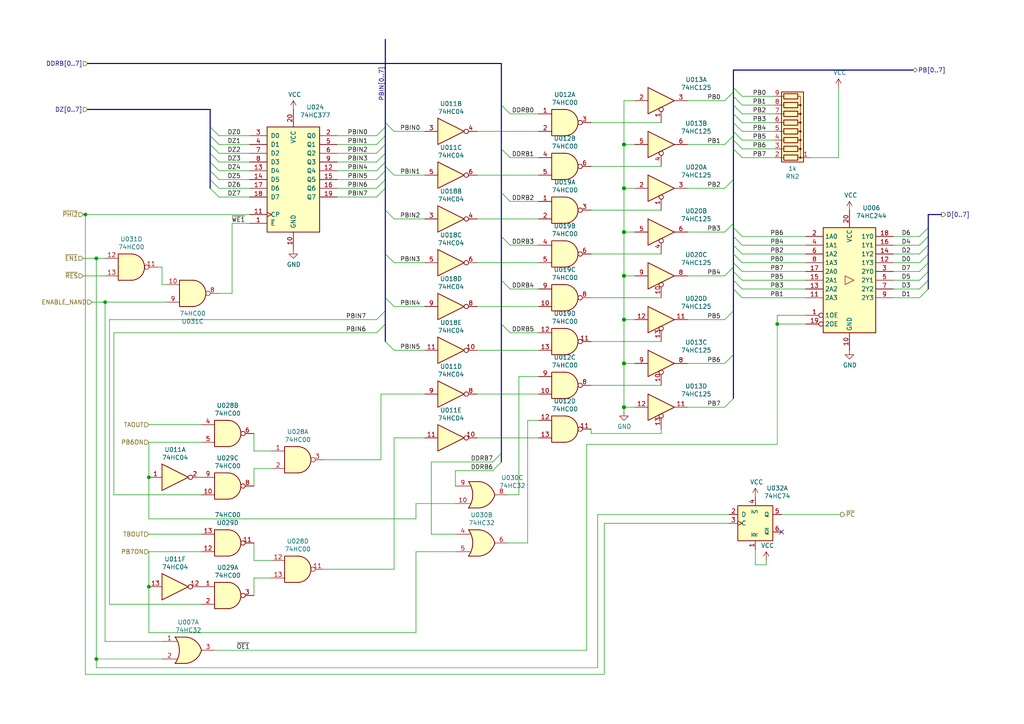
<source format=kicad_sch>
(kicad_sch (version 20211123) (generator eeschema)
  (paper "A4")
  (title_block (title "74HCT6526 Board 0") (date "2023-06-22") (rev "0.2.2") (company "Daniel Molina") (comment 1 "https://github.com/dmolinagarcia/74HCT6526"))
  (junction (at 180.975 67.31) (diameter 1.016))
  (junction (at 180.975 105.41) (diameter 1.016))
  (junction (at 27.94 74.93) (diameter 0.9144))
  (junction (at 180.975 41.91) (diameter 1.016))
  (junction (at 180.975 92.71) (diameter 1.016))
  (junction (at 180.975 118.11) (diameter 1.016))
  (junction (at 43.18 138.43) (diameter 0.9144))
  (junction (at 24.765 62.23) (diameter 0.9144))
  (junction (at 225.425 93.98) (diameter 0.9144))
  (junction (at 27.94 191.135) (diameter 0.9144))
  (junction (at 180.975 54.61) (diameter 1.016))
  (junction (at 43.18 170.18) (diameter 0.9144))
  (junction (at 180.975 80.01) (diameter 1.016))
  (junction (at 30.48 87.63) (diameter 0.9144))
  (no_connect (at 226.695 154.305))
  (bus_entry (at 60.96 41.91) (size 2.54 2.54) (stroke (width 0.1524)))
  (bus_entry (at 145.415 55.88) (size 2.54 2.54) (stroke (width 0.1524)))
  (bus_entry (at 60.96 36.83) (size 2.54 2.54) (stroke (width 0.1524)))
  (bus_entry (at 212.725 26.67) (size -2.54 2.54) (stroke (width 0.1524)))
  (bus_entry (at 111.76 54.61) (size -2.54 2.54) (stroke (width 0.1524)))
  (bus_entry (at 111.76 44.45) (size -2.54 2.54) (stroke (width 0.1524)))
  (bus_entry (at 111.76 48.26) (size 2.54 2.54) (stroke (width 0.1524)))
  (bus_entry (at 60.96 44.45) (size 2.54 2.54) (stroke (width 0.1524)))
  (bus_entry (at 212.725 115.57) (size -2.54 2.54) (stroke (width 0.1524)))
  (bus_entry (at 212.725 73.66) (size 2.54 2.54) (stroke (width 0.1524)))
  (bus_entry (at 60.96 54.61) (size 2.54 2.54) (stroke (width 0.1524)))
  (bus_entry (at 145.415 131.445) (size -2.54 2.54) (stroke (width 0.1524)))
  (bus_entry (at 212.725 33.02) (size 2.54 2.54) (stroke (width 0.1524)))
  (bus_entry (at 111.76 41.91) (size -2.54 2.54) (stroke (width 0.1524)))
  (bus_entry (at 269.24 78.74) (size -2.54 2.54) (stroke (width 0.1524)))
  (bus_entry (at 212.725 77.47) (size -2.54 2.54) (stroke (width 0.1524)))
  (bus_entry (at 111.76 39.37) (size -2.54 2.54) (stroke (width 0.1524)))
  (bus_entry (at 145.415 93.98) (size 2.54 2.54) (stroke (width 0.1524)))
  (bus_entry (at 269.24 83.82) (size -2.54 2.54) (stroke (width 0.1524)))
  (bus_entry (at 60.96 52.07) (size 2.54 2.54) (stroke (width 0.1524)))
  (bus_entry (at 212.725 30.48) (size 2.54 2.54) (stroke (width 0.1524)))
  (bus_entry (at 145.415 81.28) (size 2.54 2.54) (stroke (width 0.1524)))
  (bus_entry (at 111.76 86.36) (size 2.54 2.54) (stroke (width 0.1524)))
  (bus_entry (at 269.24 71.12) (size -2.54 2.54) (stroke (width 0.1524)))
  (bus_entry (at 212.725 38.1) (size 2.54 2.54) (stroke (width 0.1524)))
  (bus_entry (at 60.96 49.53) (size 2.54 2.54) (stroke (width 0.1524)))
  (bus_entry (at 212.725 83.82) (size 2.54 2.54) (stroke (width 0.1524)))
  (bus_entry (at 212.725 76.2) (size 2.54 2.54) (stroke (width 0.1524)))
  (bus_entry (at 269.24 81.28) (size -2.54 2.54) (stroke (width 0.1524)))
  (bus_entry (at 111.76 99.06) (size 2.54 2.54) (stroke (width 0.1524)))
  (bus_entry (at 212.725 27.94) (size 2.54 2.54) (stroke (width 0.1524)))
  (bus_entry (at 145.415 68.58) (size 2.54 2.54) (stroke (width 0.1524)))
  (bus_entry (at 212.725 25.4) (size 2.54 2.54) (stroke (width 0.1524)))
  (bus_entry (at 111.76 73.66) (size 2.54 2.54) (stroke (width 0.1524)))
  (bus_entry (at 111.76 46.99) (size -2.54 2.54) (stroke (width 0.1524)))
  (bus_entry (at 60.96 46.99) (size 2.54 2.54) (stroke (width 0.1524)))
  (bus_entry (at 111.76 90.17) (size -2.54 2.54) (stroke (width 0.1524)))
  (bus_entry (at 212.725 102.87) (size -2.54 2.54) (stroke (width 0.1524)))
  (bus_entry (at 111.76 35.56) (size 2.54 2.54) (stroke (width 0.1524)))
  (bus_entry (at 212.725 52.07) (size -2.54 2.54) (stroke (width 0.1524)))
  (bus_entry (at 212.725 90.17) (size -2.54 2.54) (stroke (width 0.1524)))
  (bus_entry (at 60.96 39.37) (size 2.54 2.54) (stroke (width 0.1524)))
  (bus_entry (at 111.76 93.98) (size -2.54 2.54) (stroke (width 0.1524)))
  (bus_entry (at 269.24 68.58) (size -2.54 2.54) (stroke (width 0.1524)))
  (bus_entry (at 145.415 43.18) (size 2.54 2.54) (stroke (width 0.1524)))
  (bus_entry (at 212.725 71.12) (size 2.54 2.54) (stroke (width 0.1524)))
  (bus_entry (at 111.76 36.83) (size -2.54 2.54) (stroke (width 0.1524)))
  (bus_entry (at 212.725 35.56) (size 2.54 2.54) (stroke (width 0.1524)))
  (bus_entry (at 111.76 49.53) (size -2.54 2.54) (stroke (width 0.1524)))
  (bus_entry (at 212.725 40.64) (size 2.54 2.54) (stroke (width 0.1524)))
  (bus_entry (at 111.76 60.96) (size 2.54 2.54) (stroke (width 0.1524)))
  (bus_entry (at 212.725 66.04) (size 2.54 2.54) (stroke (width 0.1524)))
  (bus_entry (at 269.24 76.2) (size -2.54 2.54) (stroke (width 0.1524)))
  (bus_entry (at 269.24 66.04) (size -2.54 2.54) (stroke (width 0.1524)))
  (bus_entry (at 212.725 81.28) (size 2.54 2.54) (stroke (width 0.1524)))
  (bus_entry (at 145.415 30.48) (size 2.54 2.54) (stroke (width 0.1524)))
  (bus_entry (at 111.76 52.07) (size -2.54 2.54) (stroke (width 0.1524)))
  (bus_entry (at 212.725 68.58) (size 2.54 2.54) (stroke (width 0.1524)))
  (bus_entry (at 212.725 43.18) (size 2.54 2.54) (stroke (width 0.1524)))
  (bus_entry (at 145.415 133.985) (size -2.54 2.54) (stroke (width 0.1524)))
  (bus_entry (at 212.725 78.74) (size 2.54 2.54) (stroke (width 0.1524)))
  (bus_entry (at 212.725 64.77) (size -2.54 2.54) (stroke (width 0.1524)))
  (bus_entry (at 212.725 39.37) (size -2.54 2.54) (stroke (width 0.1524)))
  (bus_entry (at 269.24 73.66) (size -2.54 2.54) (stroke (width 0.1524)))
  (wire (pts (xy 97.79 49.53) (xy 109.22 49.53)))
  (wire (pts (xy 215.265 30.48) (xy 224.79 30.48)))
  (bus (pts (xy 60.96 44.45) (xy 60.96 46.99)))
  (bus (pts (xy 269.24 81.28) (xy 269.24 78.74)))
  (wire (pts (xy 27.94 193.675) (xy 173.355 193.675)) (stroke (width 0.127)))
  (bus (pts (xy 212.725 102.87) (xy 212.725 90.17)))
  (wire (pts (xy 24.13 74.93) (xy 27.94 74.93)))
  (wire (pts (xy 125.095 154.94) (xy 132.08 154.94)))
  (wire (pts (xy 180.975 105.41) (xy 184.15 105.41)))
  (bus (pts (xy 145.415 131.445) (xy 145.415 133.985)))
  (bus (pts (xy 145.415 43.18) (xy 145.415 55.88)))
  (wire (pts (xy 215.265 71.12) (xy 233.68 71.12)))
  (wire (pts (xy 63.5 52.07) (xy 72.39 52.07)))
  (wire (pts (xy 147.955 96.52) (xy 156.21 96.52)))
  (wire (pts (xy 180.975 54.61) (xy 180.975 67.31)))
  (bus (pts (xy 111.76 35.56) (xy 111.76 36.83)))
  (bus (pts (xy 212.725 33.02) (xy 212.725 30.48)))
  (wire (pts (xy 114.3 127) (xy 123.19 127)))
  (wire (pts (xy 234.95 45.72) (xy 243.205 45.72)))
  (wire (pts (xy 138.43 88.9) (xy 156.21 88.9)))
  (wire (pts (xy 43.18 128.27) (xy 43.18 138.43)))
  (bus (pts (xy 25.4 18.415) (xy 145.415 18.415)))
  (wire (pts (xy 199.39 54.61) (xy 210.185 54.61)))
  (wire (pts (xy 215.265 27.94) (xy 224.79 27.94)))
  (wire (pts (xy 215.265 78.74) (xy 233.68 78.74)))
  (wire (pts (xy 147.955 71.12) (xy 156.21 71.12)))
  (bus (pts (xy 212.725 39.37) (xy 212.725 38.1)))
  (bus (pts (xy 60.96 49.53) (xy 60.96 52.07)))
  (wire (pts (xy 233.68 91.44) (xy 225.425 91.44)))
  (wire (pts (xy 125.095 133.985) (xy 125.095 154.94)))
  (wire (pts (xy 147.32 143.51) (xy 150.495 143.51)))
  (wire (pts (xy 46.99 77.47) (xy 46.99 82.55)))
  (bus (pts (xy 212.725 77.47) (xy 212.725 78.74)))
  (wire (pts (xy 138.43 38.1) (xy 156.21 38.1)))
  (wire (pts (xy 147.955 33.02) (xy 156.21 33.02)))
  (wire (pts (xy 225.425 93.98) (xy 233.68 93.98)))
  (wire (pts (xy 62.23 188.595) (xy 170.18 188.595)) (stroke (width 0.127)))
  (wire (pts (xy 63.5 49.53) (xy 72.39 49.53)))
  (wire (pts (xy 191.77 60.96) (xy 171.45 60.96)))
  (wire (pts (xy 63.5 39.37) (xy 72.39 39.37)))
  (wire (pts (xy 24.765 62.23) (xy 24.765 195.58)))
  (wire (pts (xy 184.15 29.21) (xy 180.975 29.21)))
  (bus (pts (xy 269.24 68.58) (xy 269.24 66.04)))
  (wire (pts (xy 180.975 41.91) (xy 184.15 41.91)))
  (wire (pts (xy 120.65 150.495) (xy 120.65 146.05)))
  (bus (pts (xy 145.415 68.58) (xy 145.415 81.28)))
  (bus (pts (xy 60.96 46.99) (xy 60.96 49.53)))
  (wire (pts (xy 114.3 76.2) (xy 123.19 76.2)))
  (wire (pts (xy 63.5 57.15) (xy 72.39 57.15)))
  (wire (pts (xy 63.5 44.45) (xy 72.39 44.45)))
  (wire (pts (xy 215.265 68.58) (xy 233.68 68.58)))
  (wire (pts (xy 199.39 118.11) (xy 210.185 118.11)))
  (wire (pts (xy 225.425 93.98) (xy 225.425 128.905)) (stroke (width 0.127)))
  (wire (pts (xy 73.66 125.73) (xy 73.66 130.81)))
  (wire (pts (xy 180.975 67.31) (xy 180.975 80.01)))
  (wire (pts (xy 43.18 160.02) (xy 43.18 170.18)))
  (wire (pts (xy 180.975 41.91) (xy 180.975 54.61)))
  (wire (pts (xy 153.035 121.92) (xy 156.21 121.92)))
  (wire (pts (xy 138.43 76.2) (xy 156.21 76.2)))
  (wire (pts (xy 43.18 138.43) (xy 43.18 150.495)))
  (wire (pts (xy 199.39 67.31) (xy 210.185 67.31)))
  (wire (pts (xy 43.18 170.18) (xy 43.18 183.515)))
  (bus (pts (xy 269.24 78.74) (xy 269.24 76.2)))
  (wire (pts (xy 259.08 71.12) (xy 266.7 71.12)))
  (wire (pts (xy 63.5 54.61) (xy 72.39 54.61)))
  (wire (pts (xy 97.79 39.37) (xy 109.22 39.37)))
  (bus (pts (xy 212.725 71.12) (xy 212.725 73.66)))
  (wire (pts (xy 24.13 62.23) (xy 24.765 62.23)))
  (bus (pts (xy 212.725 83.82) (xy 212.725 90.17)))
  (wire (pts (xy 30.48 87.63) (xy 30.48 186.055)))
  (wire (pts (xy 180.975 67.31) (xy 184.15 67.31)))
  (wire (pts (xy 31.75 175.26) (xy 58.42 175.26)))
  (bus (pts (xy 145.415 55.88) (xy 145.415 68.58)))
  (wire (pts (xy 170.18 188.595) (xy 170.18 128.905)))
  (wire (pts (xy 191.77 48.26) (xy 171.45 48.26)))
  (bus (pts (xy 111.76 52.07) (xy 111.76 54.61)))
  (wire (pts (xy 63.5 41.91) (xy 72.39 41.91)))
  (bus (pts (xy 269.24 71.12) (xy 269.24 68.58)))
  (bus (pts (xy 111.76 60.96) (xy 111.76 73.66)))
  (bus (pts (xy 212.725 73.66) (xy 212.725 76.2)))
  (bus (pts (xy 60.96 36.83) (xy 60.96 39.37)))
  (wire (pts (xy 147.955 45.72) (xy 156.21 45.72)))
  (wire (pts (xy 180.975 80.01) (xy 180.975 92.71)))
  (wire (pts (xy 138.43 127) (xy 156.21 127)))
  (wire (pts (xy 30.48 87.63) (xy 48.26 87.63)))
  (wire (pts (xy 97.79 46.99) (xy 109.22 46.99)))
  (wire (pts (xy 97.79 57.15) (xy 109.22 57.15)))
  (wire (pts (xy 259.08 68.58) (xy 266.7 68.58)))
  (wire (pts (xy 73.66 162.56) (xy 78.74 162.56)))
  (wire (pts (xy 175.26 195.58) (xy 175.26 151.765)))
  (bus (pts (xy 212.725 25.4) (xy 212.725 20.32)))
  (wire (pts (xy 180.975 92.71) (xy 184.15 92.71)))
  (bus (pts (xy 111.76 41.91) (xy 111.76 44.45)))
  (wire (pts (xy 58.42 160.02) (xy 43.18 160.02)))
  (wire (pts (xy 191.77 73.66) (xy 171.45 73.66)))
  (wire (pts (xy 24.765 62.23) (xy 72.39 62.23)))
  (bus (pts (xy 212.725 20.32) (xy 264.795 20.32)))
  (bus (pts (xy 212.725 76.2) (xy 212.725 77.47)))
  (bus (pts (xy 145.415 93.98) (xy 145.415 131.445)))
  (wire (pts (xy 259.08 81.28) (xy 266.7 81.28)))
  (wire (pts (xy 27.94 191.135) (xy 27.94 193.675)))
  (bus (pts (xy 212.725 43.18) (xy 212.725 40.64)))
  (wire (pts (xy 132.08 136.525) (xy 142.875 136.525)))
  (bus (pts (xy 212.725 26.67) (xy 212.725 25.4)))
  (wire (pts (xy 43.18 150.495) (xy 120.65 150.495)))
  (wire (pts (xy 191.77 125.73) (xy 191.77 124.46)))
  (bus (pts (xy 269.24 62.23) (xy 273.05 62.23)))
  (wire (pts (xy 110.49 114.3) (xy 123.19 114.3)))
  (wire (pts (xy 170.18 128.905) (xy 225.425 128.905)))
  (wire (pts (xy 215.265 35.56) (xy 224.79 35.56)))
  (wire (pts (xy 67.31 85.09) (xy 67.31 64.77)))
  (wire (pts (xy 114.3 101.6) (xy 123.19 101.6)))
  (wire (pts (xy 259.08 83.82) (xy 266.7 83.82)))
  (bus (pts (xy 212.725 66.04) (xy 212.725 68.58)))
  (wire (pts (xy 26.67 87.63) (xy 30.48 87.63)))
  (wire (pts (xy 219.075 159.385) (xy 219.075 163.83)))
  (wire (pts (xy 31.75 92.71) (xy 109.22 92.71)))
  (bus (pts (xy 60.96 39.37) (xy 60.96 41.91)))
  (wire (pts (xy 24.765 195.58) (xy 175.26 195.58)))
  (wire (pts (xy 24.13 80.01) (xy 30.48 80.01)))
  (bus (pts (xy 269.24 83.82) (xy 269.24 81.28)))
  (wire (pts (xy 138.43 114.3) (xy 156.21 114.3)))
  (bus (pts (xy 111.76 44.45) (xy 111.76 46.99)))
  (wire (pts (xy 199.39 41.91) (xy 210.185 41.91)))
  (wire (pts (xy 199.39 105.41) (xy 210.185 105.41)))
  (bus (pts (xy 111.76 39.37) (xy 111.76 41.91)))
  (wire (pts (xy 199.39 92.71) (xy 210.185 92.71)))
  (wire (pts (xy 215.265 86.36) (xy 233.68 86.36)))
  (wire (pts (xy 180.975 105.41) (xy 180.975 118.11)))
  (wire (pts (xy 153.035 157.48) (xy 153.035 121.92)))
  (bus (pts (xy 111.76 11.43) (xy 111.76 35.56)))
  (wire (pts (xy 63.5 85.09) (xy 67.31 85.09)))
  (wire (pts (xy 215.265 81.28) (xy 233.68 81.28)))
  (wire (pts (xy 215.265 73.66) (xy 233.68 73.66)))
  (wire (pts (xy 259.08 73.66) (xy 266.7 73.66)))
  (wire (pts (xy 97.79 54.61) (xy 109.22 54.61)))
  (wire (pts (xy 73.66 172.72) (xy 73.66 167.64)))
  (wire (pts (xy 173.355 149.225) (xy 211.455 149.225)))
  (wire (pts (xy 180.975 118.11) (xy 180.975 119.38)))
  (wire (pts (xy 43.18 154.94) (xy 58.42 154.94)))
  (wire (pts (xy 114.3 38.1) (xy 123.19 38.1)))
  (wire (pts (xy 73.66 157.48) (xy 73.66 162.56)))
  (wire (pts (xy 45.72 77.47) (xy 46.99 77.47)))
  (wire (pts (xy 27.94 74.93) (xy 27.94 191.135)))
  (wire (pts (xy 31.75 92.71) (xy 31.75 175.26)))
  (wire (pts (xy 97.79 44.45) (xy 109.22 44.45)))
  (wire (pts (xy 114.3 63.5) (xy 123.19 63.5)))
  (wire (pts (xy 199.39 80.01) (xy 210.185 80.01)))
  (wire (pts (xy 259.08 78.74) (xy 266.7 78.74)))
  (wire (pts (xy 73.66 140.97) (xy 73.66 135.89)))
  (bus (pts (xy 212.725 52.07) (xy 212.725 64.77)))
  (wire (pts (xy 43.18 183.515) (xy 120.65 183.515)))
  (wire (pts (xy 73.66 135.89) (xy 78.74 135.89)))
  (bus (pts (xy 111.76 46.99) (xy 111.76 48.26)))
  (wire (pts (xy 215.265 33.02) (xy 224.79 33.02)))
  (bus (pts (xy 60.96 41.91) (xy 60.96 44.45)))
  (wire (pts (xy 120.65 160.02) (xy 132.08 160.02)))
  (wire (pts (xy 215.265 76.2) (xy 233.68 76.2)))
  (wire (pts (xy 180.975 92.71) (xy 180.975 105.41)))
  (wire (pts (xy 73.66 130.81) (xy 78.74 130.81)))
  (wire (pts (xy 222.25 163.83) (xy 222.25 162.56)))
  (wire (pts (xy 180.975 54.61) (xy 184.15 54.61)))
  (wire (pts (xy 58.42 128.27) (xy 43.18 128.27)))
  (bus (pts (xy 111.76 49.53) (xy 111.76 52.07)))
  (wire (pts (xy 120.65 146.05) (xy 132.08 146.05)))
  (bus (pts (xy 111.76 90.17) (xy 111.76 93.98)))
  (wire (pts (xy 110.49 133.35) (xy 110.49 114.3)))
  (bus (pts (xy 111.76 36.83) (xy 111.76 39.37)))
  (bus (pts (xy 212.725 78.74) (xy 212.725 81.28)))
  (bus (pts (xy 212.725 30.48) (xy 212.725 27.94)))
  (wire (pts (xy 191.77 86.36) (xy 171.45 86.36)))
  (wire (pts (xy 132.08 136.525) (xy 132.08 140.97)))
  (wire (pts (xy 97.79 52.07) (xy 109.22 52.07)))
  (wire (pts (xy 27.94 74.93) (xy 30.48 74.93)))
  (bus (pts (xy 212.725 40.64) (xy 212.725 39.37)))
  (wire (pts (xy 259.08 76.2) (xy 266.7 76.2)))
  (bus (pts (xy 269.24 76.2) (xy 269.24 73.66)))
  (wire (pts (xy 33.02 96.52) (xy 33.02 143.51)))
  (wire (pts (xy 215.265 83.82) (xy 233.68 83.82)))
  (wire (pts (xy 175.26 151.765) (xy 211.455 151.765)))
  (wire (pts (xy 93.98 133.35) (xy 110.49 133.35)))
  (wire (pts (xy 215.265 45.72) (xy 224.79 45.72)))
  (wire (pts (xy 114.3 88.9) (xy 123.19 88.9)))
  (bus (pts (xy 212.725 43.18) (xy 212.725 52.07)))
  (bus (pts (xy 269.24 66.04) (xy 269.24 62.23)))
  (wire (pts (xy 171.45 125.73) (xy 171.45 124.46)))
  (bus (pts (xy 111.76 86.36) (xy 111.76 90.17)))
  (bus (pts (xy 212.725 27.94) (xy 212.725 26.67)))
  (wire (pts (xy 180.975 118.11) (xy 184.15 118.11)))
  (wire (pts (xy 147.955 58.42) (xy 156.21 58.42)))
  (wire (pts (xy 27.94 191.135) (xy 46.99 191.135)) (stroke (width 0.127)))
  (wire (pts (xy 33.02 143.51) (xy 58.42 143.51)))
  (wire (pts (xy 46.99 82.55) (xy 48.26 82.55)))
  (bus (pts (xy 145.415 30.48) (xy 145.415 43.18)))
  (bus (pts (xy 269.24 73.66) (xy 269.24 71.12)))
  (wire (pts (xy 147.955 83.82) (xy 156.21 83.82)))
  (bus (pts (xy 25.4 31.75) (xy 60.96 31.75)))
  (wire (pts (xy 215.265 40.64) (xy 224.79 40.64)))
  (wire (pts (xy 97.79 41.91) (xy 109.22 41.91)))
  (wire (pts (xy 73.66 167.64) (xy 78.74 167.64)))
  (bus (pts (xy 212.725 68.58) (xy 212.725 71.12)))
  (bus (pts (xy 60.96 31.75) (xy 60.96 36.83)))
  (wire (pts (xy 225.425 91.44) (xy 225.425 93.98)))
  (wire (pts (xy 93.98 165.1) (xy 114.3 165.1)))
  (wire (pts (xy 120.65 183.515) (xy 120.65 160.02)))
  (wire (pts (xy 243.205 25.4) (xy 243.205 45.72)))
  (wire (pts (xy 150.495 143.51) (xy 150.495 109.22)))
  (bus (pts (xy 212.725 64.77) (xy 212.725 66.04)))
  (wire (pts (xy 63.5 46.99) (xy 72.39 46.99)))
  (wire (pts (xy 215.265 38.1) (xy 224.79 38.1)))
  (bus (pts (xy 212.725 81.28) (xy 212.725 83.82)))
  (wire (pts (xy 67.31 64.77) (xy 72.39 64.77)))
  (wire (pts (xy 226.695 149.225) (xy 243.84 149.225)))
  (wire (pts (xy 150.495 109.22) (xy 156.21 109.22)))
  (wire (pts (xy 191.77 35.56) (xy 171.45 35.56)))
  (wire (pts (xy 147.32 157.48) (xy 153.035 157.48)))
  (wire (pts (xy 219.075 163.83) (xy 222.25 163.83)))
  (bus (pts (xy 111.76 73.66) (xy 111.76 86.36)))
  (wire (pts (xy 171.45 125.73) (xy 191.77 125.73)))
  (wire (pts (xy 138.43 50.8) (xy 156.21 50.8)))
  (wire (pts (xy 138.43 63.5) (xy 156.21 63.5)))
  (wire (pts (xy 43.18 123.19) (xy 58.42 123.19)))
  (bus (pts (xy 212.725 35.56) (xy 212.725 33.02)))
  (bus (pts (xy 111.76 93.98) (xy 111.76 99.06)))
  (bus (pts (xy 212.725 38.1) (xy 212.725 35.56)))
  (wire (pts (xy 125.095 133.985) (xy 142.875 133.985)))
  (wire (pts (xy 173.355 193.675) (xy 173.355 149.225)))
  (bus (pts (xy 212.725 115.57) (xy 212.725 102.87)))
  (wire (pts (xy 180.975 80.01) (xy 184.15 80.01)))
  (wire (pts (xy 30.48 186.055) (xy 46.99 186.055)))
  (bus (pts (xy 111.76 48.26) (xy 111.76 49.53)))
  (bus (pts (xy 145.415 18.415) (xy 145.415 30.48)))
  (wire (pts (xy 171.45 111.76) (xy 191.77 111.76)))
  (wire (pts (xy 114.3 50.8) (xy 123.19 50.8)))
  (wire (pts (xy 191.77 99.06) (xy 171.45 99.06)))
  (wire (pts (xy 138.43 101.6) (xy 156.21 101.6)))
  (wire (pts (xy 180.975 29.21) (xy 180.975 41.91)))
  (bus (pts (xy 111.76 54.61) (xy 111.76 60.96)))
  (bus (pts (xy 60.96 52.07) (xy 60.96 54.61)))
  (wire (pts (xy 259.08 86.36) (xy 266.7 86.36)))
  (wire (pts (xy 199.39 29.21) (xy 210.185 29.21)))
  (wire (pts (xy 33.02 96.52) (xy 109.22 96.52)))
  (wire (pts (xy 114.3 165.1) (xy 114.3 127)))
  (wire (pts (xy 215.265 43.18) (xy 224.79 43.18)))
  (bus (pts (xy 145.415 81.28) (xy 145.415 93.98)))
  (label "DZ7" (at 69.85 57.15 180))
  (label "PB1" (at 227.33 86.36 180))
  (label "DZ2" (at 69.85 44.45 180))
  (label "DDRB0" (at 154.94 33.02 180))
  (label "PB0" (at 205.105 29.21 0))
  (label "DDRB1" (at 154.94 45.72 180))
  (label "PBIN7" (at 100.33 92.71 0))
  (label "PB1" (at 205.105 41.91 0))
  (label "PBIN6" (at 100.33 96.52 0))
  (label "PB0" (at 227.33 76.2 180))
  (label "PB4" (at 222.25 38.1 180))
  (label "PBIN4" (at 121.92 88.9 180))
  (label "PB4" (at 205.105 80.01 0))
  (label "PB7" (at 227.33 78.74 180))
  (label "DDRB7" (at 136.525 133.985 0))
  (label "PBIN1" (at 121.92 50.8 180))
  (label "PBIN7" (at 106.68 57.15 180))
  (label "D0" (at 264.16 76.2 180))
  (label "DDRB4" (at 154.94 83.82 180))
  (label "PB6" (at 205.105 105.41 0))
  (label "PB2" (at 222.25 33.02 180))
  (label "PBIN3" (at 106.68 46.99 180))
  (label "PBIN0" (at 106.68 39.37 180))
  (label "PB6" (at 222.25 43.18 180))
  (label "PBIN6" (at 106.68 54.61 180))
  (label "PB4" (at 227.33 71.12 180))
  (label "D6" (at 264.16 68.58 180))
  (label "PBIN2" (at 106.68 44.45 180))
  (label "PBIN5" (at 121.92 101.6 180))
  (label "DDRB6" (at 136.525 136.525 0))
  (label "DZ5" (at 69.85 52.07 180))
  (label "D5" (at 264.16 81.28 180))
  (label "DZ3" (at 69.85 46.99 180))
  (label "PB7" (at 222.25 45.72 180))
  (label "D4" (at 264.16 71.12 180))
  (label "PB6" (at 227.33 68.58 180))
  (label "PB3" (at 222.25 35.56 180))
  (label "PB5" (at 227.33 81.28 180))
  (label "PBIN3" (at 121.92 76.2 180))
  (label "~{OE1}" (at 68.58 188.595 0))
  (label "PB3" (at 227.33 83.82 180))
  (label "DZ6" (at 69.85 54.61 180))
  (label "PBIN[0..7]" (at 111.76 29.21 90))
  (label "PB1" (at 222.25 30.48 180))
  (label "DZ0" (at 69.85 39.37 180))
  (label "PB0" (at 222.25 27.94 180))
  (label "DZ4" (at 69.85 49.53 180))
  (label "D3" (at 264.16 83.82 180))
  (label "DZ1" (at 69.85 41.91 180))
  (label "PB3" (at 205.105 67.31 0))
  (label "PBIN4" (at 106.68 49.53 180))
  (label "PBIN1" (at 106.68 41.91 180))
  (label "PB2" (at 205.105 54.61 0))
  (label "PBIN2" (at 121.92 63.5 180))
  (label "DDRB5" (at 154.94 96.52 180))
  (label "D2" (at 264.16 73.66 180))
  (label "PBIN5" (at 106.68 52.07 180))
  (label "PB7" (at 205.105 118.11 0))
  (label "PBIN0" (at 121.92 38.1 180))
  (label "DDRB2" (at 154.94 58.42 180))
  (label "PB5" (at 222.25 40.64 180))
  (label "PB5" (at 205.105 92.71 0))
  (label "~{WE1}" (at 71.12 64.77 180))
  (label "PB2" (at 227.33 73.66 180))
  (label "D1" (at 264.16 86.36 180))
  (label "DDRB3" (at 154.94 71.12 180))
  (label "D7" (at 264.16 78.74 180))
  (hierarchical_label "TAOUT" (shape input) (at 43.18 123.19 180))
  (hierarchical_label "ENABLE_NAND" (shape input) (at 26.67 87.63 180))
  (hierarchical_label "~{EN1}" (shape input) (at 24.13 74.93 180))
  (hierarchical_label "~{PHI2}" (shape input) (at 24.13 62.23 180))
  (hierarchical_label "DZ[0..7]" (shape input) (at 25.4 31.75 180))
  (hierarchical_label "PB[0..7]" (shape bidirectional) (at 264.795 20.32 0))
  (hierarchical_label "PB6ON" (shape input) (at 43.18 128.27 180))
  (hierarchical_label "~{RES}" (shape input) (at 24.13 80.01 180))
  (hierarchical_label "TBOUT" (shape input) (at 43.18 154.94 180))
  (hierarchical_label "D[0..7]" (shape output) (at 273.05 62.23 0))
  (hierarchical_label "DDRB[0..7]" (shape input) (at 25.4 18.415 180))
  (hierarchical_label "~{PC}" (shape output) (at 243.84 149.225 0))
  (hierarchical_label "PB7ON" (shape input) (at 43.18 160.02 180))
  (symbol (lib_id "74xx:74LS125") (at 191.77 67.31 0) (unit 2)
    (property "Reference" "U020" (at 201.93 61.1948 0))
    (property "Value" "74HC125" (at 201.93 63.4935 0))
    (property "Footprint" "74hct6526.footprints:SO-14" (effects hide))
    (property "Datasheet" "http://www.ti.com/lit/gpn/sn74LS125" (effects hide))
  )
  (symbol (lib_id "74xx:74HCT00") (at 86.36 165.1 0) (unit 4)
    (property "Reference" "U028" (at 86.36 156.9782 0))
    (property "Value" "74HC00" (at 86.36 159.2769 0))
    (property "Footprint" "74hct6526.footprints:SO-14" (effects hide))
    (property "Datasheet" "http://www.ti.com/lit/gpn/sn74hct00" (effects hide))
  )
  (symbol (lib_id "74xx:74HCT04") (at 130.81 63.5 0) (unit 2)
    (property "Reference" "U018" (at 130.81 55.4798 0))
    (property "Value" "74HC04" (at 130.81 57.7785 0))
    (property "Footprint" "74hct6526.footprints:SO-14" (effects hide))
    (property "Datasheet" "https://assets.nexperia.com/documents/data-sheet/74HC_HCT04.pdf" (effects hide))
  )
  (symbol (lib_name "74xx:74LS32_1") (lib_id "74xx:74LS32") (at 139.7 143.51 0) (unit 3)
    (property "Reference" "U030" (at 148.59 138.5632 0))
    (property "Value" "74HC32" (at 148.59 140.8619 0))
    (property "Footprint" "74hct6526.footprints:SO-14" (effects hide))
    (property "Datasheet" "http://www.ti.com/lit/gpn/sn74LS32" (effects hide))
  )
  (symbol (lib_id "74xx:74HCT00") (at 163.83 60.96 0) (unit 1)
    (property "Reference" "U019" (at 163.83 52.8382 0))
    (property "Value" "74HC00" (at 163.83 55.1369 0))
    (property "Footprint" "74hct6526.footprints:SO-14" (effects hide))
    (property "Datasheet" "http://www.ti.com/lit/gpn/sn74hct00" (effects hide))
  )
  (symbol (lib_id "power:VCC") (at 85.09 31.75 0) (unit 1)
    (property "Reference" "#PWR013" (effects hide))
    (property "Value" "VCC" (at 85.4583 27.4256 0))
  )
  (symbol (lib_id "74xx:74LS74") (at 219.075 151.765 0) (unit 1)
    (property "Reference" "U032" (at 225.425 141.5858 0))
    (property "Value" "74HC74" (at 225.425 143.8845 0))
    (property "Footprint" "74hct6526.footprints:SO-14" (effects hide))
    (property "Datasheet" "74xx/74hc_hct74.pdf" (effects hide))
  )
  (symbol (lib_name "74xx:74HCT00_2") (lib_id "74xx:74HCT00") (at 55.88 85.09 0) (mirror x) (unit 3)
    (property "Reference" "U031" (at 55.88 93.2118 0))
    (property "Value" "74HC00" (at 55.88 90.9131 0))
    (property "Footprint" "74hct6526.footprints:SO-14" (effects hide))
    (property "Datasheet" "http://www.ti.com/lit/gpn/sn74hct00" (effects hide))
  )
  (symbol (lib_id "74xx:74LS125") (at 191.77 41.91 0) (unit 2)
    (property "Reference" "U013" (at 201.93 35.7948 0))
    (property "Value" "74HC125" (at 201.93 38.0935 0))
    (property "Footprint" "74hct6526.footprints:SO-14" (effects hide))
    (property "Datasheet" "http://www.ti.com/lit/gpn/sn74LS125" (effects hide))
  )
  (symbol (lib_id "74xx:74HCT04") (at 130.81 101.6 0) (unit 5)
    (property "Reference" "U018" (at 130.81 93.5798 0))
    (property "Value" "74HC04" (at 130.81 95.8785 0))
    (property "Footprint" "74hct6526.footprints:SO-14" (effects hide))
    (property "Datasheet" "https://assets.nexperia.com/documents/data-sheet/74HC_HCT04.pdf" (effects hide))
  )
  (symbol (lib_id "74xx:74LS125") (at 191.77 80.01 0) (unit 3)
    (property "Reference" "U020" (at 201.93 73.8948 0))
    (property "Value" "74HC125" (at 201.93 76.1935 0))
    (property "Footprint" "74hct6526.footprints:SO-14" (effects hide))
    (property "Datasheet" "http://www.ti.com/lit/gpn/sn74LS125" (effects hide))
  )
  (symbol (lib_id "74xx:74LS125") (at 191.77 105.41 0) (unit 3)
    (property "Reference" "U013" (at 201.93 99.2948 0))
    (property "Value" "74HC125" (at 201.93 101.5935 0))
    (property "Footprint" "74hct6526.footprints:SO-14" (effects hide))
    (property "Datasheet" "http://www.ti.com/lit/gpn/sn74LS125" (effects hide))
  )
  (symbol (lib_id "74xx:74HCT00") (at 163.83 86.36 0) (unit 3)
    (property "Reference" "U019" (at 163.83 78.2382 0))
    (property "Value" "74HC00" (at 163.83 80.5369 0))
    (property "Footprint" "74hct6526.footprints:SO-14" (effects hide))
    (property "Datasheet" "http://www.ti.com/lit/gpn/sn74hct00" (effects hide))
  )
  (symbol (lib_id "74xx:74LS125") (at 191.77 118.11 0) (unit 4)
    (property "Reference" "U013" (at 201.93 111.9948 0))
    (property "Value" "74HC125" (at 201.93 114.2935 0))
    (property "Footprint" "74hct6526.footprints:SO-14" (effects hide))
    (property "Datasheet" "http://www.ti.com/lit/gpn/sn74LS125" (effects hide))
  )
  (symbol (lib_id "power:GND") (at 180.975 119.38 0) (unit 1)
    (property "Reference" "#PWR015" (effects hide))
    (property "Value" "GND" (at 181.0893 123.7044 0))
  )
  (symbol (lib_id "74xx:74HCT04") (at 50.8 170.18 0) (unit 6)
    (property "Reference" "U011" (at 50.8 162.1598 0))
    (property "Value" "74HC04" (at 50.8 164.4585 0))
    (property "Footprint" "74hct6526.footprints:SO-14" (effects hide))
    (property "Datasheet" "https://assets.nexperia.com/documents/data-sheet/74HC_HCT04.pdf" (effects hide))
  )
  (symbol (lib_name "74xx:74HCT00_7") (lib_id "74xx:74HCT00") (at 163.83 35.56 0) (unit 1)
    (property "Reference" "U012" (at 163.83 27.4382 0))
    (property "Value" "74HC00" (at 163.83 29.7369 0))
    (property "Footprint" "74hct6526.footprints:SO-14" (effects hide))
    (property "Datasheet" "http://www.ti.com/lit/gpn/sn74hct00" (effects hide))
  )
  (symbol (lib_id "74xx:74HCT04") (at 130.81 50.8 0) (unit 3)
    (property "Reference" "U011" (at 130.81 42.7798 0))
    (property "Value" "74HC04" (at 130.81 45.0785 0))
    (property "Footprint" "74hct6526.footprints:SO-14" (effects hide))
    (property "Datasheet" "https://assets.nexperia.com/documents/data-sheet/74HC_HCT04.pdf" (effects hide))
  )
  (symbol (lib_id "power:VCC") (at 222.25 162.56 0) (unit 1)
    (property "Reference" "#PWR017" (effects hide))
    (property "Value" "VCC" (at 222.6183 158.2356 0))
  )
  (symbol (lib_id "74xx:74HCT00") (at 163.83 73.66 0) (unit 2)
    (property "Reference" "U019" (at 163.83 65.5382 0))
    (property "Value" "74HC00" (at 163.83 67.8369 0))
    (property "Footprint" "74hct6526.footprints:SO-14" (effects hide))
    (property "Datasheet" "http://www.ti.com/lit/gpn/sn74hct00" (effects hide))
  )
  (symbol (lib_id "74xx:74LS32") (at 54.61 188.595 0) (unit 1)
    (property "Reference" "U007" (at 54.61 180.4732 0))
    (property "Value" "74HC32" (at 54.61 182.7719 0))
    (property "Footprint" "74hct6526.footprints:SO-14" (effects hide))
    (property "Datasheet" "http://www.ti.com/lit/gpn/sn74LS32" (effects hide))
  )
  (symbol (lib_name "74xx:74HCT00_2") (lib_id "74xx:74HCT00") (at 38.1 77.47 0) (unit 4)
    (property "Reference" "U031" (at 38.1 69.3482 0))
    (property "Value" "74HC00" (at 38.1 71.6469 0))
    (property "Footprint" "74hct6526.footprints:SO-14" (effects hide))
    (property "Datasheet" "http://www.ti.com/lit/gpn/sn74hct00" (effects hide))
  )
  (symbol (lib_id "74xx:74HCT04") (at 130.81 76.2 0) (unit 3)
    (property "Reference" "U018" (at 130.81 68.1798 0))
    (property "Value" "74HC04" (at 130.81 70.4785 0))
    (property "Footprint" "74hct6526.footprints:SO-14" (effects hide))
    (property "Datasheet" "https://assets.nexperia.com/documents/data-sheet/74HC_HCT04.pdf" (effects hide))
  )
  (symbol (lib_name "74xx:74LS32_2") (lib_id "74xx:74LS32") (at 139.7 157.48 0) (unit 2)
    (property "Reference" "U030" (at 139.7 149.3582 0))
    (property "Value" "74HC32" (at 139.7 151.6569 0))
    (property "Footprint" "74hct6526.footprints:SO-14" (effects hide))
    (property "Datasheet" "http://www.ti.com/lit/gpn/sn74LS32" (effects hide))
  )
  (symbol (lib_id "74xx:74HCT04") (at 50.8 138.43 0) (unit 1)
    (property "Reference" "U011" (at 50.8 130.4098 0))
    (property "Value" "74HC04" (at 50.8 132.7085 0))
    (property "Footprint" "74hct6526.footprints:SO-14" (effects hide))
    (property "Datasheet" "https://assets.nexperia.com/documents/data-sheet/74HC_HCT04.pdf" (effects hide))
  )
  (symbol (lib_id "Device:R_Network08") (at 229.87 35.56 270) (mirror x) (unit 1)
    (property "Reference" "RN2" (at 229.87 51.2002 90))
    (property "Value" "1k" (at 229.87 48.9015 90))
    (property "Footprint" "Resistor_THT:R_Array_SIP9" (effects hide))
    (property "Datasheet" "http://www.vishay.com/docs/31509/csc.pdf" (effects hide))
  )
  (symbol (lib_id "74xx:74HCT00") (at 163.83 111.76 0) (unit 3)
    (property "Reference" "U012" (at 163.83 103.6382 0))
    (property "Value" "74HC00" (at 163.83 105.9369 0))
    (property "Footprint" "74hct6526.footprints:SO-14" (effects hide))
    (property "Datasheet" "http://www.ti.com/lit/gpn/sn74hct00" (effects hide))
  )
  (symbol (lib_id "74xx:74HCT244") (at 246.38 81.28 0) (unit 1)
    (property "Reference" "U006" (at 252.73 60.3058 0))
    (property "Value" "74HC244" (at 252.73 62.6045 0))
    (property "Footprint" "74hct6526.footprints:SOIC-20W" (effects hide))
    (property "Datasheet" "https://assets.nexperia.com/documents/data-sheet/74HC_HCT244.pdf" (effects hide))
  )
  (symbol (lib_id "74xx:74HCT04") (at 130.81 38.1 0) (unit 2)
    (property "Reference" "U011" (at 130.81 30.0798 0))
    (property "Value" "74HC04" (at 130.81 32.3785 0))
    (property "Footprint" "74hct6526.footprints:SO-14" (effects hide))
    (property "Datasheet" "https://assets.nexperia.com/documents/data-sheet/74HC_HCT04.pdf" (effects hide))
  )
  (symbol (lib_id "74xx:74HCT00") (at 163.83 124.46 0) (unit 4)
    (property "Reference" "U012" (at 163.83 116.3382 0))
    (property "Value" "74HC00" (at 163.83 118.6369 0))
    (property "Footprint" "74hct6526.footprints:SO-14" (effects hide))
    (property "Datasheet" "http://www.ti.com/lit/gpn/sn74hct00" (effects hide))
  )
  (symbol (lib_name "74xx:74HCT00_4") (lib_id "74xx:74HCT00") (at 66.04 157.48 0) (mirror x) (unit 4)
    (property "Reference" "U029" (at 66.04 151.6318 0))
    (property "Value" "74HC00" (at 66.04 149.3331 0))
    (property "Footprint" "74hct6526.footprints:SO-14" (effects hide))
    (property "Datasheet" "http://www.ti.com/lit/gpn/sn74hct00" (effects hide))
  )
  (symbol (lib_id "power:GND") (at 246.38 101.6 0) (unit 1)
    (property "Reference" "#PWR020" (effects hide))
    (property "Value" "GND" (at 246.4943 105.9244 0))
  )
  (symbol (lib_id "power:VCC") (at 243.205 25.4 0) (unit 1)
    (property "Reference" "#PWR018" (effects hide))
    (property "Value" "VCC" (at 243.5733 21.0756 0))
  )
  (symbol (lib_id "74xx:74LS125") (at 191.77 29.21 0) (unit 1)
    (property "Reference" "U013" (at 201.93 23.0948 0))
    (property "Value" "74HC125" (at 201.93 25.3935 0))
    (property "Footprint" "74hct6526.footprints:SO-14" (effects hide))
    (property "Datasheet" "http://www.ti.com/lit/gpn/sn74LS125" (effects hide))
  )
  (symbol (lib_id "74xx:74LS125") (at 191.77 54.61 0) (unit 1)
    (property "Reference" "U020" (at 201.93 48.4948 0))
    (property "Value" "74HC125" (at 201.93 50.7935 0))
    (property "Footprint" "74hct6526.footprints:SO-14" (effects hide))
    (property "Datasheet" "http://www.ti.com/lit/gpn/sn74LS125" (effects hide))
  )
  (symbol (lib_id "74xx:74LS125") (at 191.77 92.71 0) (unit 4)
    (property "Reference" "U020" (at 201.93 86.5948 0))
    (property "Value" "74HC125" (at 201.93 88.8935 0))
    (property "Footprint" "74hct6526.footprints:SO-14" (effects hide))
    (property "Datasheet" "http://www.ti.com/lit/gpn/sn74LS125" (effects hide))
  )
  (symbol (lib_id "power:VCC") (at 219.075 144.145 0) (unit 1)
    (property "Reference" "#PWR016" (effects hide))
    (property "Value" "VCC" (at 219.4433 139.8206 0))
  )
  (symbol (lib_id "74xx:74HCT00") (at 66.04 125.73 0) (unit 2)
    (property "Reference" "U028" (at 66.04 117.6082 0))
    (property "Value" "74HC00" (at 66.04 119.9069 0))
    (property "Footprint" "74hct6526.footprints:SO-14" (effects hide))
    (property "Datasheet" "http://www.ti.com/lit/gpn/sn74hct00" (effects hide))
  )
  (symbol (lib_id "74xx:74HCT00") (at 163.83 99.06 0) (unit 4)
    (property "Reference" "U019" (at 163.83 90.9382 0))
    (property "Value" "74HC00" (at 163.83 93.2369 0))
    (property "Footprint" "74hct6526.footprints:SO-14" (effects hide))
    (property "Datasheet" "http://www.ti.com/lit/gpn/sn74hct00" (effects hide))
  )
  (symbol (lib_id "power:VCC") (at 246.38 60.96 0) (unit 1)
    (property "Reference" "#PWR019" (effects hide))
    (property "Value" "VCC" (at 246.7483 56.6356 0))
  )
  (symbol (lib_name "74xx:74HCT00_2") (lib_id "74xx:74HCT00") (at 163.83 48.26 0) (unit 2)
    (property "Reference" "U012" (at 163.83 40.1382 0))
    (property "Value" "74HC00" (at 163.83 42.4369 0))
    (property "Footprint" "74hct6526.footprints:SO-14" (effects hide))
    (property "Datasheet" "http://www.ti.com/lit/gpn/sn74hct00" (effects hide))
  )
  (symbol (lib_name "74xx:74HCT00_3") (lib_id "74xx:74HCT00") (at 66.04 140.97 0) (unit 3)
    (property "Reference" "U029" (at 66.04 132.8482 0))
    (property "Value" "74HC00" (at 66.04 135.1469 0))
    (property "Footprint" "74hct6526.footprints:SO-14" (effects hide))
    (property "Datasheet" "http://www.ti.com/lit/gpn/sn74hct00" (effects hide))
  )
  (symbol (lib_id "74xx:74HCT04") (at 130.81 114.3 0) (unit 4)
    (property "Reference" "U011" (at 130.81 106.2798 0))
    (property "Value" "74HC04" (at 130.81 108.5785 0))
    (property "Footprint" "74hct6526.footprints:SO-14" (effects hide))
    (property "Datasheet" "https://assets.nexperia.com/documents/data-sheet/74HC_HCT04.pdf" (effects hide))
  )
  (symbol (lib_id "74xx:74HCT04") (at 130.81 88.9 0) (unit 4)
    (property "Reference" "U018" (at 130.81 80.8798 0))
    (property "Value" "74HC04" (at 130.81 83.1785 0))
    (property "Footprint" "74hct6526.footprints:SO-14" (effects hide))
    (property "Datasheet" "https://assets.nexperia.com/documents/data-sheet/74HC_HCT04.pdf" (effects hide))
  )
  (symbol (lib_id "74xx:74HCT04") (at 130.81 127 0) (unit 5)
    (property "Reference" "U011" (at 130.81 118.9798 0))
    (property "Value" "74HC04" (at 130.81 121.2785 0))
    (property "Footprint" "74hct6526.footprints:SO-14" (effects hide))
    (property "Datasheet" "https://assets.nexperia.com/documents/data-sheet/74HC_HCT04.pdf" (effects hide))
  )
  (symbol (lib_name "74xx:74HCT00_1") (lib_id "74xx:74HCT00") (at 66.04 172.72 0) (unit 1)
    (property "Reference" "U029" (at 66.04 164.5982 0))
    (property "Value" "74HC00" (at 66.04 166.8969 0))
    (property "Footprint" "74hct6526.footprints:SO-14" (effects hide))
    (property "Datasheet" "http://www.ti.com/lit/gpn/sn74hct00" (effects hide))
  )
  (symbol (lib_id "74xx:74LS377") (at 85.09 52.07 0) (unit 1)
    (property "Reference" "U024" (at 91.44 31.096 0))
    (property "Value" "74HC377" (at 91.44 33.3945 0))
    (property "Footprint" "74hct6526.footprints:SOIC-20W" (effects hide))
    (property "Datasheet" "http://www.ti.com/lit/gpn/sn74LS377" (effects hide))
  )
  (symbol (lib_id "power:GND") (at 85.09 72.39 0) (unit 1)
    (property "Reference" "#PWR014" (effects hide))
    (property "Value" "GND" (at 85.2043 76.7144 0))
  )
  (symbol (lib_id "74xx:74HCT00") (at 86.36 133.35 0) (unit 1)
    (property "Reference" "U028" (at 86.36 125.2282 0))
    (property "Value" "74HC00" (at 86.36 127.5269 0))
    (property "Footprint" "74hct6526.footprints:SO-14" (effects hide))
    (property "Datasheet" "http://www.ti.com/lit/gpn/sn74hct00" (effects hide))
  )
)
</source>
